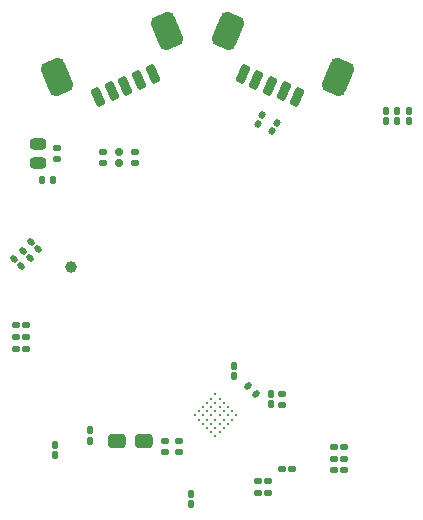
<source format=gbp>
G04*
G04 #@! TF.GenerationSoftware,Altium Limited,Altium Designer,21.9.2 (33)*
G04*
G04 Layer_Color=128*
%FSLAX25Y25*%
%MOIN*%
G70*
G04*
G04 #@! TF.SameCoordinates,A2EF98D1-1A14-4516-B8CD-8696FD8A9C0B*
G04*
G04*
G04 #@! TF.FilePolarity,Positive*
G04*
G01*
G75*
G04:AMPARAMS|DCode=73|XSize=59.06mil|YSize=48.42mil|CornerRadius=12.11mil|HoleSize=0mil|Usage=FLASHONLY|Rotation=180.000|XOffset=0mil|YOffset=0mil|HoleType=Round|Shape=RoundedRectangle|*
%AMROUNDEDRECTD73*
21,1,0.05906,0.02421,0,0,180.0*
21,1,0.03484,0.04842,0,0,180.0*
1,1,0.02421,-0.01742,0.01211*
1,1,0.02421,0.01742,0.01211*
1,1,0.02421,0.01742,-0.01211*
1,1,0.02421,-0.01742,-0.01211*
%
%ADD73ROUNDEDRECTD73*%
G04:AMPARAMS|DCode=77|XSize=23.62mil|YSize=21.65mil|CornerRadius=5.41mil|HoleSize=0mil|Usage=FLASHONLY|Rotation=90.000|XOffset=0mil|YOffset=0mil|HoleType=Round|Shape=RoundedRectangle|*
%AMROUNDEDRECTD77*
21,1,0.02362,0.01083,0,0,90.0*
21,1,0.01280,0.02165,0,0,90.0*
1,1,0.01083,0.00541,0.00640*
1,1,0.01083,0.00541,-0.00640*
1,1,0.01083,-0.00541,-0.00640*
1,1,0.01083,-0.00541,0.00640*
%
%ADD77ROUNDEDRECTD77*%
%ADD78C,0.03937*%
G04:AMPARAMS|DCode=79|XSize=82.68mil|YSize=118.11mil|CornerRadius=20.67mil|HoleSize=0mil|Usage=FLASHONLY|Rotation=157.500|XOffset=0mil|YOffset=0mil|HoleType=Round|Shape=RoundedRectangle|*
%AMROUNDEDRECTD79*
21,1,0.08268,0.07677,0,0,157.5*
21,1,0.04134,0.11811,0,0,157.5*
1,1,0.04134,-0.00441,0.04337*
1,1,0.04134,0.03379,0.02755*
1,1,0.04134,0.00441,-0.04337*
1,1,0.04134,-0.03379,-0.02755*
%
%ADD79ROUNDEDRECTD79*%
G04:AMPARAMS|DCode=80|XSize=31.5mil|YSize=62.99mil|CornerRadius=7.87mil|HoleSize=0mil|Usage=FLASHONLY|Rotation=337.500|XOffset=0mil|YOffset=0mil|HoleType=Round|Shape=RoundedRectangle|*
%AMROUNDEDRECTD80*
21,1,0.03150,0.04724,0,0,337.5*
21,1,0.01575,0.06299,0,0,337.5*
1,1,0.01575,-0.00177,-0.02484*
1,1,0.01575,-0.01631,-0.01881*
1,1,0.01575,0.00177,0.02484*
1,1,0.01575,0.01631,0.01881*
%
%ADD80ROUNDEDRECTD80*%
G04:AMPARAMS|DCode=81|XSize=53.15mil|YSize=37.4mil|CornerRadius=9.35mil|HoleSize=0mil|Usage=FLASHONLY|Rotation=180.000|XOffset=0mil|YOffset=0mil|HoleType=Round|Shape=RoundedRectangle|*
%AMROUNDEDRECTD81*
21,1,0.05315,0.01870,0,0,180.0*
21,1,0.03445,0.03740,0,0,180.0*
1,1,0.01870,-0.01722,0.00935*
1,1,0.01870,0.01722,0.00935*
1,1,0.01870,0.01722,-0.00935*
1,1,0.01870,-0.01722,-0.00935*
%
%ADD81ROUNDEDRECTD81*%
G04:AMPARAMS|DCode=82|XSize=24.5mil|YSize=26mil|CornerRadius=6.13mil|HoleSize=0mil|Usage=FLASHONLY|Rotation=270.000|XOffset=0mil|YOffset=0mil|HoleType=Round|Shape=RoundedRectangle|*
%AMROUNDEDRECTD82*
21,1,0.02450,0.01375,0,0,270.0*
21,1,0.01225,0.02600,0,0,270.0*
1,1,0.01225,-0.00688,-0.00613*
1,1,0.01225,-0.00688,0.00613*
1,1,0.01225,0.00688,0.00613*
1,1,0.01225,0.00688,-0.00613*
%
%ADD82ROUNDEDRECTD82*%
G04:AMPARAMS|DCode=83|XSize=19.68mil|YSize=23.62mil|CornerRadius=4.92mil|HoleSize=0mil|Usage=FLASHONLY|Rotation=270.000|XOffset=0mil|YOffset=0mil|HoleType=Round|Shape=RoundedRectangle|*
%AMROUNDEDRECTD83*
21,1,0.01968,0.01378,0,0,270.0*
21,1,0.00984,0.02362,0,0,270.0*
1,1,0.00984,-0.00689,-0.00492*
1,1,0.00984,-0.00689,0.00492*
1,1,0.00984,0.00689,0.00492*
1,1,0.00984,0.00689,-0.00492*
%
%ADD83ROUNDEDRECTD83*%
%ADD84C,0.00984*%
G04:AMPARAMS|DCode=85|XSize=19.68mil|YSize=23.62mil|CornerRadius=4.92mil|HoleSize=0mil|Usage=FLASHONLY|Rotation=135.000|XOffset=0mil|YOffset=0mil|HoleType=Round|Shape=RoundedRectangle|*
%AMROUNDEDRECTD85*
21,1,0.01968,0.01378,0,0,135.0*
21,1,0.00984,0.02362,0,0,135.0*
1,1,0.00984,0.00139,0.00835*
1,1,0.00984,0.00835,0.00139*
1,1,0.00984,-0.00139,-0.00835*
1,1,0.00984,-0.00835,-0.00139*
%
%ADD85ROUNDEDRECTD85*%
G04:AMPARAMS|DCode=86|XSize=82.68mil|YSize=118.11mil|CornerRadius=20.67mil|HoleSize=0mil|Usage=FLASHONLY|Rotation=202.413|XOffset=0mil|YOffset=0mil|HoleType=Round|Shape=RoundedRectangle|*
%AMROUNDEDRECTD86*
21,1,0.08268,0.07677,0,0,202.4*
21,1,0.04134,0.11811,0,0,202.4*
1,1,0.04134,-0.03374,0.02761*
1,1,0.04134,0.00447,0.04337*
1,1,0.04134,0.03374,-0.02761*
1,1,0.04134,-0.00447,-0.04337*
%
%ADD86ROUNDEDRECTD86*%
G04:AMPARAMS|DCode=87|XSize=31.5mil|YSize=62.99mil|CornerRadius=7.87mil|HoleSize=0mil|Usage=FLASHONLY|Rotation=22.413|XOffset=0mil|YOffset=0mil|HoleType=Round|Shape=RoundedRectangle|*
%AMROUNDEDRECTD87*
21,1,0.03150,0.04724,0,0,22.4*
21,1,0.01575,0.06299,0,0,22.4*
1,1,0.01575,0.01629,-0.01884*
1,1,0.01575,0.00173,-0.02484*
1,1,0.01575,-0.01629,0.01884*
1,1,0.01575,-0.00173,0.02484*
%
%ADD87ROUNDEDRECTD87*%
G04:AMPARAMS|DCode=88|XSize=23.62mil|YSize=21.65mil|CornerRadius=5.41mil|HoleSize=0mil|Usage=FLASHONLY|Rotation=180.000|XOffset=0mil|YOffset=0mil|HoleType=Round|Shape=RoundedRectangle|*
%AMROUNDEDRECTD88*
21,1,0.02362,0.01083,0,0,180.0*
21,1,0.01280,0.02165,0,0,180.0*
1,1,0.01083,-0.00640,0.00541*
1,1,0.01083,0.00640,0.00541*
1,1,0.01083,0.00640,-0.00541*
1,1,0.01083,-0.00640,-0.00541*
%
%ADD88ROUNDEDRECTD88*%
G04:AMPARAMS|DCode=89|XSize=23.62mil|YSize=21.65mil|CornerRadius=5.41mil|HoleSize=0mil|Usage=FLASHONLY|Rotation=246.000|XOffset=0mil|YOffset=0mil|HoleType=Round|Shape=RoundedRectangle|*
%AMROUNDEDRECTD89*
21,1,0.02362,0.01083,0,0,246.0*
21,1,0.01280,0.02165,0,0,246.0*
1,1,0.01083,-0.00755,-0.00364*
1,1,0.01083,-0.00234,0.00805*
1,1,0.01083,0.00755,0.00364*
1,1,0.01083,0.00234,-0.00805*
%
%ADD89ROUNDEDRECTD89*%
G04:AMPARAMS|DCode=90|XSize=23.62mil|YSize=21.65mil|CornerRadius=5.41mil|HoleSize=0mil|Usage=FLASHONLY|Rotation=240.000|XOffset=0mil|YOffset=0mil|HoleType=Round|Shape=RoundedRectangle|*
%AMROUNDEDRECTD90*
21,1,0.02362,0.01083,0,0,240.0*
21,1,0.01280,0.02165,0,0,240.0*
1,1,0.01083,-0.00789,-0.00283*
1,1,0.01083,-0.00149,0.00825*
1,1,0.01083,0.00789,0.00283*
1,1,0.01083,0.00149,-0.00825*
%
%ADD90ROUNDEDRECTD90*%
G04:AMPARAMS|DCode=91|XSize=19.68mil|YSize=23.62mil|CornerRadius=4.92mil|HoleSize=0mil|Usage=FLASHONLY|Rotation=270.008|XOffset=0mil|YOffset=0mil|HoleType=Round|Shape=RoundedRectangle|*
%AMROUNDEDRECTD91*
21,1,0.01968,0.01378,0,0,270.0*
21,1,0.00984,0.02362,0,0,270.0*
1,1,0.00984,-0.00689,-0.00492*
1,1,0.00984,-0.00689,0.00492*
1,1,0.00984,0.00689,0.00492*
1,1,0.00984,0.00689,-0.00492*
%
%ADD91ROUNDEDRECTD91*%
G04:AMPARAMS|DCode=92|XSize=19.68mil|YSize=23.62mil|CornerRadius=4.92mil|HoleSize=0mil|Usage=FLASHONLY|Rotation=0.000|XOffset=0mil|YOffset=0mil|HoleType=Round|Shape=RoundedRectangle|*
%AMROUNDEDRECTD92*
21,1,0.01968,0.01378,0,0,0.0*
21,1,0.00984,0.02362,0,0,0.0*
1,1,0.00984,0.00492,-0.00689*
1,1,0.00984,-0.00492,-0.00689*
1,1,0.00984,-0.00492,0.00689*
1,1,0.00984,0.00492,0.00689*
%
%ADD92ROUNDEDRECTD92*%
G04:AMPARAMS|DCode=93|XSize=23.62mil|YSize=21.65mil|CornerRadius=5.41mil|HoleSize=0mil|Usage=FLASHONLY|Rotation=315.000|XOffset=0mil|YOffset=0mil|HoleType=Round|Shape=RoundedRectangle|*
%AMROUNDEDRECTD93*
21,1,0.02362,0.01083,0,0,315.0*
21,1,0.01280,0.02165,0,0,315.0*
1,1,0.01083,0.00070,-0.00835*
1,1,0.01083,-0.00835,0.00070*
1,1,0.01083,-0.00070,0.00835*
1,1,0.01083,0.00835,-0.00070*
%
%ADD93ROUNDEDRECTD93*%
D73*
X-17913Y-60236D02*
D03*
X-26969Y-60236D02*
D03*
D77*
X-47638Y-65059D02*
D03*
Y-61713D02*
D03*
X24409Y-44783D02*
D03*
Y-48130D02*
D03*
X12205Y-38681D02*
D03*
Y-35335D02*
D03*
X70472Y49705D02*
D03*
Y46358D02*
D03*
X66535Y49705D02*
D03*
Y46358D02*
D03*
X62598Y49705D02*
D03*
X62598Y46358D02*
D03*
X-36024Y-60138D02*
D03*
Y-56791D02*
D03*
X-2362Y-81201D02*
D03*
Y-77854D02*
D03*
D78*
X-42126Y-2264D02*
D03*
D79*
X46844Y61137D02*
D03*
X10107Y76354D02*
D03*
D80*
X33199Y54431D02*
D03*
X28653Y56314D02*
D03*
X24106Y58197D02*
D03*
X19559Y60080D02*
D03*
X15013Y61964D02*
D03*
D81*
X-53150Y38583D02*
D03*
Y32283D02*
D03*
D82*
X-26378Y32352D02*
D03*
X-26378Y36152D02*
D03*
D83*
X-20866Y32480D02*
D03*
X-20866Y36024D02*
D03*
X-11056Y-63818D02*
D03*
X-11056Y-60275D02*
D03*
X-6299Y-63976D02*
D03*
X-6299Y-60433D02*
D03*
X27953Y-44685D02*
D03*
X27953Y-48228D02*
D03*
X-31512Y32496D02*
D03*
Y36039D02*
D03*
D84*
X12865Y-51758D02*
D03*
X11473Y-50366D02*
D03*
X-1054Y-51758D02*
D03*
X338Y-53150D02*
D03*
X1730Y-54542D02*
D03*
X3122Y-55933D02*
D03*
X4514Y-57325D02*
D03*
X5906Y-58717D02*
D03*
X338Y-50366D02*
D03*
X1730Y-51758D02*
D03*
X3122Y-53150D02*
D03*
X4514Y-54541D02*
D03*
X5906Y-55933D02*
D03*
X7298Y-57325D02*
D03*
X1730Y-48974D02*
D03*
X3122Y-50366D02*
D03*
X4514Y-51758D02*
D03*
X5906Y-53150D02*
D03*
X7298Y-54541D02*
D03*
X8689Y-55933D02*
D03*
X3122Y-47582D02*
D03*
X4514Y-48974D02*
D03*
X5906Y-50366D02*
D03*
X7298Y-51758D02*
D03*
X8689Y-53150D02*
D03*
X10081Y-54542D02*
D03*
X4514Y-46190D02*
D03*
X5906Y-47582D02*
D03*
X7298Y-48974D02*
D03*
X8689Y-50366D02*
D03*
X10081Y-51758D02*
D03*
X11473Y-53150D02*
D03*
X5906Y-44798D02*
D03*
X7298Y-46190D02*
D03*
X8689Y-47582D02*
D03*
X10081Y-48974D02*
D03*
D85*
X16858Y-42054D02*
D03*
X19363Y-44560D02*
D03*
D86*
X-10079Y76333D02*
D03*
X-46839Y61171D02*
D03*
D87*
X-15007Y61950D02*
D03*
X-19557Y60074D02*
D03*
X-24106Y58197D02*
D03*
X-28655Y56321D02*
D03*
X-33205Y54444D02*
D03*
D88*
X19980Y-73622D02*
D03*
X23327D02*
D03*
Y-77559D02*
D03*
X19980D02*
D03*
X31594Y-69685D02*
D03*
X28248D02*
D03*
X48917Y-70079D02*
D03*
X45571D02*
D03*
X48917Y-66142D02*
D03*
X45571D02*
D03*
X48917Y-62205D02*
D03*
X45571D02*
D03*
X-60728Y-25591D02*
D03*
X-57382D02*
D03*
X-60728Y-21654D02*
D03*
X-57382D02*
D03*
X-60728Y-29528D02*
D03*
X-57382D02*
D03*
D89*
X20137Y45228D02*
D03*
X21498Y48285D02*
D03*
D90*
X24754Y42875D02*
D03*
X26427Y45773D02*
D03*
D91*
X-46850Y33661D02*
D03*
X-46851Y37205D02*
D03*
D92*
X-48327Y26575D02*
D03*
X-51870D02*
D03*
D93*
X-55601Y5983D02*
D03*
X-53235Y3617D02*
D03*
X-61169Y416D02*
D03*
X-58803Y-1951D02*
D03*
X-58385Y3199D02*
D03*
X-56019Y833D02*
D03*
M02*

</source>
